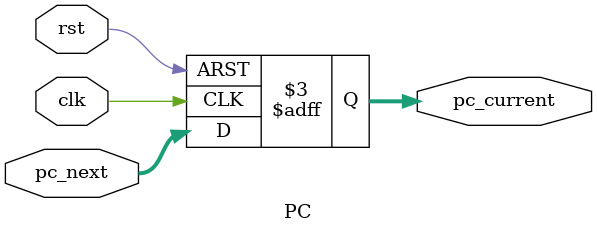
<source format=v>

module PC(clk,rst, pc_next, pc_current);
	 input          clk;  
    input          rst;
    input   [7:0]  pc_next;

    output reg [7:0]  pc_current;

 always @(posedge clk or posedge rst)  
 begin   
      if(rst)   
           pc_current <= 8'b0;  
      else  
           pc_current <= pc_next;  
 end  
 // PC + 1   
 assign pc1 = pc_current + 8'b1;

endmodule


</source>
